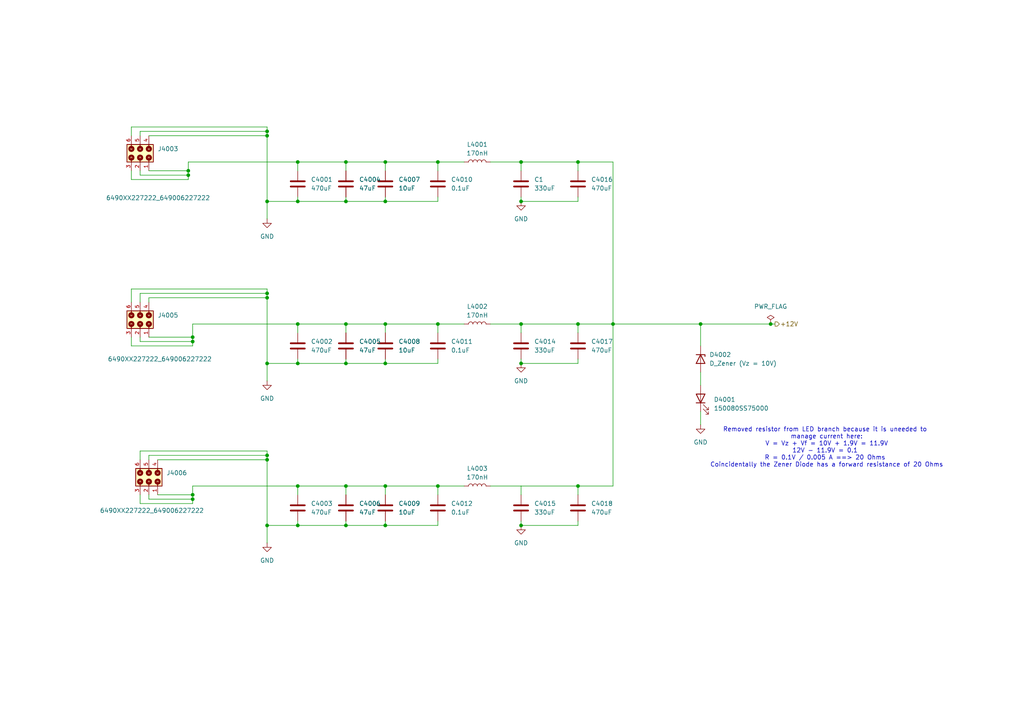
<source format=kicad_sch>
(kicad_sch (version 20231120) (generator "eeschema") (generator_version "8.0")
  (paper "A4")
  (title_block (title "12V Supply Block"))
  (lib_symbols
    (symbol "Device:C" (pin_numbers hide) (pin_names (offset 0.254))
      (property "Reference" "C" (at 0.635 2.54 0))
      (property "Value" "C" (at 0.635 -2.54 0))
      (symbol "C_0_1"
        (polyline (pts (xy -2.032 -0.762) (xy 2.032 -0.762)) (stroke (width 0.508)))
        (polyline (pts (xy -2.032 0.762) (xy 2.032 0.762)) (stroke (width 0.508)))
      )
      (symbol "C_1_1"
        (pin passive line (at 0 3.81 270) (length 2.794) (name "~") (number "1"))
        (pin passive line (at 0 -3.81 90) (length 2.794) (name "~") (number "2"))
      )
    )
    (symbol "Device:D_Zener" (pin_numbers hide) (pin_names (offset 1.016) hide)
      (property "Reference" "D" (at 0 2.54 0))
      (property "Value" "D_Zener" (at 0 -2.54 0))
      (symbol "D_Zener_0_1"
        (polyline (pts (xy 1.27 0) (xy -1.27 0)))
        (polyline (pts (xy -1.27 -1.27) (xy -1.27 1.27) (xy -0.762 1.27)) (stroke (width 0.254)))
        (polyline (pts (xy 1.27 -1.27) (xy 1.27 1.27) (xy -1.27 0) (xy 1.27 -1.27)) (stroke (width 0.254)))
      )
      (symbol "D_Zener_1_1"
        (pin passive line (at -3.81 0 0) (length 2.54) (name "K") (number "1"))
        (pin passive line (at 3.81 0 180) (length 2.54) (name "A") (number "2"))
      )
    )
    (symbol "Device:L" (pin_numbers hide) (pin_names (offset 1.016) hide)
      (property "Reference" "L" (at -1.27 0 90))
      (property "Value" "L" (at 1.905 0 90))
      (symbol "L_0_1"
        (arc (start 0 -2.54) (mid 0.6323 -1.905) (end 0 -1.27))
        (arc (start 0 -1.27) (mid 0.6323 -0.635) (end 0 0))
        (arc (start 0 0) (mid 0.6323 0.635) (end 0 1.27))
        (arc (start 0 1.27) (mid 0.6323 1.905) (end 0 2.54))
      )
      (symbol "L_1_1"
        (pin passive line (at 0 3.81 270) (length 1.27) (name "1") (number "1"))
        (pin passive line (at 0 -3.81 90) (length 1.27) (name "2") (number "2"))
      )
    )
    (symbol "Device:LED" (pin_numbers hide) (pin_names (offset 1.016) hide)
      (property "Reference" "D" (at 0 2.54 0))
      (property "Value" "LED" (at 0 -2.54 0))
      (symbol "LED_0_1"
        (polyline (pts (xy -1.27 -1.27) (xy -1.27 1.27)) (stroke (width 0.254)))
        (polyline (pts (xy -1.27 0) (xy 1.27 0)))
        (polyline (pts (xy 1.27 -1.27) (xy 1.27 1.27) (xy -1.27 0) (xy 1.27 -1.27)) (stroke (width 0.254)))
        (polyline (pts (xy -3.048 -0.762) (xy -4.572 -2.286) (xy -3.81 -2.286) (xy -4.572 -2.286) (xy -4.572 -1.524)))
        (polyline (pts (xy -1.778 -0.762) (xy -3.302 -2.286) (xy -2.54 -2.286) (xy -3.302 -2.286) (xy -3.302 -1.524)))
      )
      (symbol "LED_1_1"
        (pin passive line (at -3.81 0 0) (length 2.54) (name "K") (number "1"))
        (pin passive line (at 3.81 0 180) (length 2.54) (name "A") (number "2"))
      )
    )
    (symbol "PCIe 2x3 Header:6490XX227222_649006227222" (pin_names (offset 1.016))
      (property "Reference" "J" (at 4.8 0.985 0))
      (property "Value" "6490XX227222_649006227222" (at 4.76 -1.62 0))
      (symbol "6490XX227222_649006227222_0_0"
        (rectangle (start -3.81 -2.54) (end 3.81 2.54) (stroke (width 0.254)) (fill (type background)))
        (circle (center -2.54 -1.27) (radius 0.254) (stroke (width 0.635)))
        (circle (center -2.54 1.27) (radius 0.254) (stroke (width 0.635)))
        (circle (center 0 -1.27) (radius 0.254) (stroke (width 0.635)))
        (polyline (pts (xy -2.54 -1.27) (xy -2.54 -2.54)) (stroke (width 0.254)))
        (polyline (pts (xy -2.54 1.27) (xy -2.54 2.54)) (stroke (width 0.254)))
        (polyline (pts (xy 0 -1.27) (xy 0 -2.54)) (stroke (width 0.254)))
        (polyline (pts (xy 0 1.27) (xy 0 2.54)) (stroke (width 0.254)))
        (polyline (pts (xy 2.54 -1.27) (xy 2.54 -2.54)) (stroke (width 0.254)))
        (polyline (pts (xy 2.54 1.27) (xy 2.54 2.54)) (stroke (width 0.254)))
        (circle (center 0 1.27) (radius 0.254) (stroke (width 0.635)))
        (circle (center 2.54 -1.27) (radius 0.254) (stroke (width 0.635)))
        (circle (center 2.54 1.27) (radius 0.254) (stroke (width 0.635)))
        (pin passive line (at 2.54 -5.08 90) (length 2.54) (name "~") (number "1"))
        (pin passive line (at 0 -5.08 90) (length 2.54) (name "~") (number "2"))
        (pin passive line (at -2.54 -5.08 90) (length 2.54) (name "~") (number "3"))
        (pin passive line (at 2.54 5.08 270) (length 2.54) (name "~") (number "4"))
        (pin passive line (at 0 5.08 270) (length 2.54) (name "~") (number "5"))
        (pin passive line (at -2.54 5.08 270) (length 2.54) (name "~") (number "6"))
      )
    )
    (symbol "power:GND" (power) (pin_numbers hide) (pin_names (offset 0) hide)
      (property "Value" "GND" (at 0 -3.81 0))
      (symbol "GND_0_1"
        (polyline (pts (xy 0 0) (xy 0 -1.27) (xy 1.27 -1.27) (xy 0 -2.54) (xy -1.27 -1.27) (xy 0 -1.27)))
      )
      (symbol "GND_1_1"
        (pin power_in line (at 0 0 270) (length 0) (name "~") (number "1"))
      )
    )
    (symbol "power:PWR_FLAG" (power) (pin_numbers hide) (pin_names (offset 0) hide)
      (property "Value" "PWR_FLAG" (at 0 3.81 0))
      (symbol "PWR_FLAG_0_0"
        (pin power_out line (at 0 0 90) (length 0) (name "~") (number "1"))
      )
      (symbol "PWR_FLAG_0_1"
        (polyline (pts (xy 0 0) (xy 0 1.27) (xy -1.016 1.905) (xy 0 2.54) (xy 1.016 1.905) (xy 0 1.27)))
      )
    )
  )
  (junction (at 77.47 132.08))
  (junction (at 127 46.99))
  (junction (at 111.76 152.4))
  (junction (at 77.47 86.36))
  (junction (at 77.47 38.1))
  (junction (at 86.36 105.41))
  (junction (at 86.36 58.42))
  (junction (at 54.61 49.53))
  (junction (at 86.36 46.99))
  (junction (at 167.64 46.99))
  (junction (at 167.64 140.97))
  (junction (at 111.76 93.98))
  (junction (at 77.47 85.09))
  (junction (at 111.76 105.41))
  (junction (at 177.8 93.98))
  (junction (at 111.76 140.97))
  (junction (at 100.33 46.99))
  (junction (at 151.13 105.41))
  (junction (at 151.13 152.4))
  (junction (at 86.36 93.98))
  (junction (at 151.13 93.98))
  (junction (at 54.61 50.8))
  (junction (at 127 140.97))
  (junction (at 100.33 152.4))
  (junction (at 77.47 105.41))
  (junction (at 100.33 105.41))
  (junction (at 55.88 97.79))
  (junction (at 77.47 133.35))
  (junction (at 111.76 58.42))
  (junction (at 55.88 99.06))
  (junction (at 111.76 46.99))
  (junction (at 223.52 93.98))
  (junction (at 203.2 93.98))
  (junction (at 55.88 144.78))
  (junction (at 100.33 58.42))
  (junction (at 167.64 93.98))
  (junction (at 55.88 143.51))
  (junction (at 77.47 39.37))
  (junction (at 77.47 58.42))
  (junction (at 151.13 46.99))
  (junction (at 100.33 140.97))
  (junction (at 86.36 152.4))
  (junction (at 86.36 140.97))
  (junction (at 77.47 152.4))
  (junction (at 151.13 58.42))
  (junction (at 127 93.98))
  (junction (at 100.33 93.98))
  (wire (pts (xy 177.8 93.98) (xy 203.2 93.98)))
  (wire (pts (xy 54.61 50.8) (xy 54.61 49.53)))
  (wire (pts (xy 77.47 152.4) (xy 77.47 157.48)))
  (wire (pts (xy 55.88 100.33) (xy 55.88 99.06)))
  (wire (pts (xy 55.88 93.98) (xy 55.88 97.79)))
  (wire (pts (xy 100.33 140.97) (xy 100.33 143.51)))
  (wire (pts (xy 167.64 140.97) (xy 177.8 140.97)))
  (wire (pts (xy 203.2 93.98) (xy 223.52 93.98)))
  (wire (pts (xy 77.47 132.08) (xy 77.47 133.35)))
  (wire (pts (xy 54.61 46.99) (xy 86.36 46.99)))
  (wire (pts (xy 45.72 133.35) (xy 77.47 133.35)))
  (wire (pts (xy 38.1 100.33) (xy 55.88 100.33)))
  (wire (pts (xy 40.64 133.35) (xy 40.64 130.81)))
  (wire (pts (xy 167.64 152.4) (xy 167.64 151.13)))
  (wire (pts (xy 203.2 107.95) (xy 203.2 111.76)))
  (wire (pts (xy 100.33 140.97) (xy 111.76 140.97)))
  (wire (pts (xy 151.13 140.97) (xy 151.13 143.51)))
  (wire (pts (xy 111.76 57.15) (xy 111.76 58.42)))
  (wire (pts (xy 86.36 96.52) (xy 86.36 93.98)))
  (wire (pts (xy 77.47 86.36) (xy 77.47 105.41)))
  (wire (pts (xy 55.88 140.97) (xy 86.36 140.97)))
  (wire (pts (xy 38.1 36.83) (xy 77.47 36.83)))
  (wire (pts (xy 127 140.97) (xy 134.62 140.97)))
  (wire (pts (xy 77.47 58.42) (xy 77.47 63.5)))
  (wire (pts (xy 111.76 105.41) (xy 127 105.41)))
  (wire (pts (xy 77.47 152.4) (xy 86.36 152.4)))
  (wire (pts (xy 100.33 93.98) (xy 100.33 96.52)))
  (wire (pts (xy 40.64 49.53) (xy 40.64 50.8)))
  (wire (pts (xy 142.24 93.98) (xy 151.13 93.98)))
  (wire (pts (xy 38.1 97.79) (xy 38.1 100.33)))
  (wire (pts (xy 151.13 151.13) (xy 151.13 152.4)))
  (wire (pts (xy 111.76 140.97) (xy 111.76 143.51)))
  (wire (pts (xy 40.64 99.06) (xy 55.88 99.06)))
  (wire (pts (xy 40.64 87.63) (xy 40.64 85.09)))
  (wire (pts (xy 77.47 105.41) (xy 86.36 105.41)))
  (wire (pts (xy 43.18 86.36) (xy 77.47 86.36)))
  (wire (pts (xy 203.2 100.33) (xy 203.2 93.98)))
  (wire (pts (xy 54.61 49.53) (xy 43.18 49.53)))
  (wire (pts (xy 167.64 93.98) (xy 167.64 96.52)))
  (wire (pts (xy 100.33 57.15) (xy 100.33 58.42)))
  (wire (pts (xy 167.64 93.98) (xy 177.8 93.98)))
  (wire (pts (xy 127 104.14) (xy 127 105.41)))
  (wire (pts (xy 86.36 46.99) (xy 100.33 46.99)))
  (wire (pts (xy 38.1 87.63) (xy 38.1 83.82)))
  (wire (pts (xy 40.64 85.09) (xy 77.47 85.09)))
  (wire (pts (xy 40.64 97.79) (xy 40.64 99.06)))
  (wire (pts (xy 54.61 46.99) (xy 54.61 49.53)))
  (wire (pts (xy 77.47 130.81) (xy 77.47 132.08)))
  (wire (pts (xy 127 93.98) (xy 134.62 93.98)))
  (wire (pts (xy 100.33 152.4) (xy 111.76 152.4)))
  (wire (pts (xy 100.33 58.42) (xy 111.76 58.42)))
  (wire (pts (xy 40.64 50.8) (xy 54.61 50.8)))
  (wire (pts (xy 177.8 93.98) (xy 177.8 140.97)))
  (wire (pts (xy 111.76 93.98) (xy 111.76 96.52)))
  (wire (pts (xy 167.64 140.97) (xy 167.64 143.51)))
  (wire (pts (xy 43.18 144.78) (xy 55.88 144.78)))
  (wire (pts (xy 203.2 119.38) (xy 203.2 123.19)))
  (wire (pts (xy 127 140.97) (xy 127 143.51)))
  (wire (pts (xy 40.64 143.51) (xy 40.64 146.05)))
  (wire (pts (xy 38.1 49.53) (xy 38.1 52.07)))
  (wire (pts (xy 40.64 146.05) (xy 55.88 146.05)))
  (wire (pts (xy 77.47 133.35) (xy 77.47 152.4)))
  (wire (pts (xy 86.36 104.14) (xy 86.36 105.41)))
  (wire (pts (xy 43.18 87.63) (xy 43.18 86.36)))
  (wire (pts (xy 86.36 49.53) (xy 86.36 46.99)))
  (wire (pts (xy 86.36 105.41) (xy 100.33 105.41)))
  (wire (pts (xy 111.76 104.14) (xy 111.76 105.41)))
  (wire (pts (xy 167.64 46.99) (xy 167.64 49.53)))
  (wire (pts (xy 43.18 132.08) (xy 77.47 132.08)))
  (wire (pts (xy 100.33 104.14) (xy 100.33 105.41)))
  (wire (pts (xy 100.33 105.41) (xy 111.76 105.41)))
  (wire (pts (xy 55.88 146.05) (xy 55.88 144.78)))
  (wire (pts (xy 127 93.98) (xy 127 96.52)))
  (wire (pts (xy 111.76 140.97) (xy 127 140.97)))
  (wire (pts (xy 167.64 58.42) (xy 167.64 57.15)))
  (wire (pts (xy 86.36 152.4) (xy 100.33 152.4)))
  (wire (pts (xy 55.88 140.97) (xy 55.88 143.51)))
  (wire (pts (xy 127 151.13) (xy 127 152.4)))
  (wire (pts (xy 54.61 52.07) (xy 54.61 50.8)))
  (wire (pts (xy 127 46.99) (xy 134.62 46.99)))
  (wire (pts (xy 55.88 144.78) (xy 55.88 143.51)))
  (wire (pts (xy 77.47 38.1) (xy 77.47 39.37)))
  (wire (pts (xy 86.36 57.15) (xy 86.36 58.42)))
  (wire (pts (xy 77.47 58.42) (xy 86.36 58.42)))
  (wire (pts (xy 86.36 151.13) (xy 86.36 152.4)))
  (wire (pts (xy 38.1 83.82) (xy 77.47 83.82)))
  (wire (pts (xy 77.47 36.83) (xy 77.47 38.1)))
  (wire (pts (xy 111.76 152.4) (xy 127 152.4)))
  (wire (pts (xy 100.33 46.99) (xy 100.33 49.53)))
  (wire (pts (xy 43.18 133.35) (xy 43.18 132.08)))
  (wire (pts (xy 55.88 99.06) (xy 55.88 97.79)))
  (wire (pts (xy 151.13 104.14) (xy 151.13 105.41)))
  (wire (pts (xy 111.76 93.98) (xy 127 93.98)))
  (wire (pts (xy 151.13 152.4) (xy 167.64 152.4)))
  (wire (pts (xy 127 57.15) (xy 127 58.42)))
  (wire (pts (xy 55.88 97.79) (xy 43.18 97.79)))
  (wire (pts (xy 86.36 93.98) (xy 100.33 93.98)))
  (wire (pts (xy 223.52 93.98) (xy 224.79 93.98)))
  (wire (pts (xy 38.1 36.83) (xy 38.1 39.37)))
  (wire (pts (xy 77.47 39.37) (xy 77.47 58.42)))
  (wire (pts (xy 77.47 83.82) (xy 77.47 85.09)))
  (wire (pts (xy 86.36 58.42) (xy 100.33 58.42)))
  (wire (pts (xy 43.18 39.37) (xy 77.47 39.37)))
  (wire (pts (xy 100.33 93.98) (xy 111.76 93.98)))
  (wire (pts (xy 43.18 143.51) (xy 43.18 144.78)))
  (wire (pts (xy 151.13 93.98) (xy 167.64 93.98)))
  (wire (pts (xy 151.13 46.99) (xy 151.13 49.53)))
  (wire (pts (xy 127 46.99) (xy 127 49.53)))
  (wire (pts (xy 40.64 130.81) (xy 77.47 130.81)))
  (wire (pts (xy 40.64 38.1) (xy 77.47 38.1)))
  (wire (pts (xy 151.13 57.15) (xy 151.13 58.42)))
  (wire (pts (xy 111.76 46.99) (xy 111.76 49.53)))
  (wire (pts (xy 55.88 143.51) (xy 45.72 143.51)))
  (wire (pts (xy 111.76 151.13) (xy 111.76 152.4)))
  (wire (pts (xy 167.64 105.41) (xy 167.64 104.14)))
  (wire (pts (xy 142.24 140.97) (xy 151.13 140.97)))
  (wire (pts (xy 151.13 93.98) (xy 151.13 96.52)))
  (wire (pts (xy 77.47 85.09) (xy 77.47 86.36)))
  (wire (pts (xy 151.13 58.42) (xy 167.64 58.42)))
  (wire (pts (xy 177.8 46.99) (xy 177.8 93.98)))
  (wire (pts (xy 100.33 46.99) (xy 111.76 46.99)))
  (wire (pts (xy 167.64 46.99) (xy 177.8 46.99)))
  (wire (pts (xy 151.13 46.99) (xy 167.64 46.99)))
  (wire (pts (xy 151.13 140.97) (xy 167.64 140.97)))
  (wire (pts (xy 111.76 46.99) (xy 127 46.99)))
  (wire (pts (xy 38.1 52.07) (xy 54.61 52.07)))
  (wire (pts (xy 86.36 140.97) (xy 100.33 140.97)))
  (wire (pts (xy 40.64 38.1) (xy 40.64 39.37)))
  (wire (pts (xy 55.88 93.98) (xy 86.36 93.98)))
  (wire (pts (xy 151.13 105.41) (xy 167.64 105.41)))
  (wire (pts (xy 100.33 151.13) (xy 100.33 152.4)))
  (wire (pts (xy 86.36 143.51) (xy 86.36 140.97)))
  (wire (pts (xy 142.24 46.99) (xy 151.13 46.99)))
  (wire (pts (xy 111.76 58.42) (xy 127 58.42)))
  (wire (pts (xy 77.47 105.41) (xy 77.47 110.49)))
  (text "Removed resistor from LED branch because it is uneeded to \nmanage current here:\nV = Vz + Vf = 10V + 1.9V = 11.9V\n12V - 11.9V = 0.1 \nR = 0.1V / 0.005 A ==> 20 Ohms \nCoincidentally the Zener Diode has a forward resistance of 20 Ohms" (at 239.776 129.794 0) (effects (font (size 1.27 1.27))))
  (hierarchical_label "+12V" (shape output) (at 224.79 93.98 0))
  (symbol (lib_id "Device:C") (at 151.13 53.34 0) (unit 1)
    (property "Reference" "C1" (at 154.94 52.0699 0) (effects (justify left)))
    (property "Value" "330uF" (at 154.94 54.6099 0) (effects (justify left)))
    (property "Footprint" "Capacitor_SMD:C_0805_2012Metric" (effects (hide yes)))
    (property "Description" "Unpolarized capacitor" (effects (hide yes)))
  )
  (symbol (lib_id "power:PWR_FLAG") (at 223.52 93.98 0) (unit 1)
    (property "Reference" "#FLG04001" (effects (hide yes)))
    (property "Value" "PWR_FLAG" (at 223.52 88.9 0))
    (property "Description" "Special symbol for telling ERC where power comes from" (effects (hide yes)))
  )
  (symbol (lib_id "Device:C") (at 127 147.32 0) (unit 1)
    (property "Reference" "C4012" (at 130.81 146.0499 0) (effects (justify left)))
    (property "Value" "0.1uF" (at 130.81 148.5899 0) (effects (justify left)))
    (property "Footprint" "Capacitor_SMD:C_0805_2012Metric" (effects (hide yes)))
    (property "Description" "Unpolarized capacitor" (effects (hide yes)))
  )
  (symbol (lib_id "power:GND") (at 203.2 123.19 0) (unit 1)
    (property "Reference" "#PWR04007" (effects (hide yes)))
    (property "Value" "GND" (at 203.2 128.27 0))
    (property "Description" "Power symbol creates a global label with name \"GND\" , ground" (effects (hide yes)))
  )
  (symbol (lib_id "PCIe 2x3 Header:6490XX227222_649006227222") (at 40.64 44.45 0) (unit 1)
    (property "Reference" "J4003" (at 45.72 43.1799 0) (effects (justify left)))
    (property "Value" "6490XX227222_649006227222" (at 30.734 57.404 0) (effects (justify left)))
    (property "Footprint" "work:PCIe_2x3_Conn_Header" (effects (hide yes)))
  )
  (symbol (lib_id "Device:C") (at 100.33 100.33 0) (unit 1)
    (property "Reference" "C4005" (at 104.14 99.0599 0) (effects (justify left)))
    (property "Value" "47uF" (at 104.14 101.5999 0) (effects (justify left)))
    (property "Footprint" "Capacitor_SMD:C_0805_2012Metric" (effects (hide yes)))
    (property "Description" "Unpolarized capacitor" (effects (hide yes)))
  )
  (symbol (lib_id "Device:C") (at 86.36 53.34 0) (unit 1)
    (property "Reference" "C4001" (at 90.17 52.0699 0) (effects (justify left)))
    (property "Value" "470uF" (at 90.17 54.6099 0) (effects (justify left)))
    (property "Footprint" "Capacitor_SMD:C_0805_2012Metric" (effects (hide yes)))
    (property "Description" "Unpolarized capacitor" (effects (hide yes)))
  )
  (symbol (lib_id "power:GND") (at 77.47 110.49 0) (unit 1)
    (property "Reference" "#PWR04002" (effects (hide yes)))
    (property "Value" "GND" (at 77.47 115.57 0))
    (property "Description" "Power symbol creates a global label with name \"GND\" , ground" (effects (hide yes)))
  )
  (symbol (lib_id "PCIe 2x3 Header:6490XX227222_649006227222") (at 43.18 138.43 0) (unit 1)
    (property "Reference" "J4006" (at 48.26 137.1599 0) (effects (justify left)))
    (property "Value" "6490XX227222_649006227222" (at 28.956 148.082 0) (effects (justify left)))
    (property "Footprint" "work:PCIe_2x3_Conn_Header" (effects (hide yes)))
  )
  (symbol (lib_id "Device:C") (at 167.64 100.33 0) (unit 1)
    (property "Reference" "C4017" (at 171.45 99.0599 0) (effects (justify left)))
    (property "Value" "470uF" (at 171.45 101.5999 0) (effects (justify left)))
    (property "Footprint" "Capacitor_THT:CP_Radial_D8.0mm_P3.50mm" (effects (hide yes)))
    (property "Description" "Unpolarized capacitor" (effects (hide yes)))
  )
  (symbol (lib_id "Device:C") (at 151.13 147.32 0) (unit 1)
    (property "Reference" "C4015" (at 154.94 146.0499 0) (effects (justify left)))
    (property "Value" "330uF" (at 154.94 148.5899 0) (effects (justify left)))
    (property "Footprint" "Capacitor_SMD:C_0805_2012Metric" (effects (hide yes)))
    (property "Description" "Unpolarized capacitor" (effects (hide yes)))
  )
  (symbol (lib_id "Device:C") (at 111.76 147.32 0) (unit 1)
    (property "Reference" "C4009" (at 115.57 146.0499 0) (effects (justify left)))
    (property "Value" "10uF" (at 115.57 148.5899 0) (effects (justify left)))
    (property "Footprint" "Capacitor_SMD:C_0805_2012Metric" (effects (hide yes)))
    (property "Description" "Unpolarized capacitor" (effects (hide yes)))
  )
  (symbol (lib_id "Device:C") (at 86.36 147.32 0) (unit 1)
    (property "Reference" "C4003" (at 90.17 146.0499 0) (effects (justify left)))
    (property "Value" "470uF" (at 90.17 148.5899 0) (effects (justify left)))
    (property "Footprint" "Capacitor_SMD:C_0805_2012Metric" (effects (hide yes)))
    (property "Description" "Unpolarized capacitor" (effects (hide yes)))
  )
  (symbol (lib_id "Device:LED") (at 203.2 115.57 90) (unit 1)
    (property "Reference" "D4001" (at 207.01 115.8874 90) (effects (justify right)))
    (property "Value" "150080SS75000" (at 207.01 118.4274 90) (effects (justify right)))
    (property "Footprint" "LED_SMD:LED_0805_2012Metric_Pad1.15x1.40mm_HandSolder" (effects (hide yes)))
    (property "Description" "Light emitting diode" (effects (hide yes)))
  )
  (symbol (lib_id "PCIe 2x3 Header:6490XX227222_649006227222") (at 40.64 92.71 0) (unit 1)
    (property "Reference" "J4005" (at 45.72 91.4399 0) (effects (justify left)))
    (property "Value" "6490XX227222_649006227222" (at 31.242 104.14 0) (effects (justify left)))
    (property "Footprint" "work:PCIe_2x3_Conn_Header" (effects (hide yes)))
  )
  (symbol (lib_id "power:GND") (at 77.47 157.48 0) (unit 1)
    (property "Reference" "#PWR05" (effects (hide yes)))
    (property "Value" "GND" (at 77.47 162.56 0))
    (property "Description" "Power symbol creates a global label with name \"GND\" , ground" (effects (hide yes)))
  )
  (symbol (lib_id "Device:C") (at 127 53.34 0) (unit 1)
    (property "Reference" "C4010" (at 130.81 52.0699 0) (effects (justify left)))
    (property "Value" "0.1uF" (at 130.81 54.6099 0) (effects (justify left)))
    (property "Footprint" "Capacitor_SMD:C_0805_2012Metric" (effects (hide yes)))
    (property "Description" "Unpolarized capacitor" (effects (hide yes)))
  )
  (symbol (lib_id "Device:C") (at 127 100.33 0) (unit 1)
    (property "Reference" "C4011" (at 130.81 99.0599 0) (effects (justify left)))
    (property "Value" "0.1uF" (at 130.81 101.5999 0) (effects (justify left)))
    (property "Footprint" "Capacitor_SMD:C_0805_2012Metric" (effects (hide yes)))
    (property "Description" "Unpolarized capacitor" (effects (hide yes)))
  )
  (symbol (lib_id "power:GND") (at 151.13 58.42 0) (unit 1)
    (property "Reference" "#PWR02" (effects (hide yes)))
    (property "Value" "GND" (at 151.13 63.5 0))
    (property "Description" "Power symbol creates a global label with name \"GND\" , ground" (effects (hide yes)))
  )
  (symbol (lib_id "Device:C") (at 167.64 53.34 0) (unit 1)
    (property "Reference" "C4016" (at 171.45 52.0699 0) (effects (justify left)))
    (property "Value" "470uF" (at 171.45 54.6099 0) (effects (justify left)))
    (property "Footprint" "Capacitor_THT:CP_Radial_D8.0mm_P3.50mm" (effects (hide yes)))
    (property "Description" "Unpolarized capacitor" (effects (hide yes)))
  )
  (symbol (lib_id "Device:L") (at 138.43 140.97 90) (unit 1)
    (property "Reference" "L4003" (at 138.43 135.89 90))
    (property "Value" "170nH" (at 138.43 138.43 90))
    (property "Footprint" "work:IND_IFLR4031GCERR17M01_VIS" (effects (hide yes)))
    (property "Description" "Inductor" (effects (hide yes)))
  )
  (symbol (lib_id "Device:C") (at 167.64 147.32 0) (unit 1)
    (property "Reference" "C4018" (at 171.45 146.0499 0) (effects (justify left)))
    (property "Value" "470uF" (at 171.45 148.5899 0) (effects (justify left)))
    (property "Footprint" "Capacitor_THT:CP_Radial_D8.0mm_P3.50mm" (effects (hide yes)))
    (property "Description" "Unpolarized capacitor" (effects (hide yes)))
  )
  (symbol (lib_id "power:GND") (at 151.13 152.4 0) (unit 1)
    (property "Reference" "#PWR04006" (effects (hide yes)))
    (property "Value" "GND" (at 151.13 157.48 0))
    (property "Description" "Power symbol creates a global label with name \"GND\" , ground" (effects (hide yes)))
  )
  (symbol (lib_id "Device:D_Zener") (at 203.2 104.14 270) (unit 1)
    (property "Reference" "D4002" (at 205.74 102.8699 90) (effects (justify left)))
    (property "Value" "D_Zener (Vz = 10V)" (at 205.74 105.4099 90) (effects (justify left)))
    (property "Footprint" "work:SOD123_DIO" (effects (hide yes)))
    (property "Description" "Zener diode" (effects (hide yes)))
  )
  (symbol (lib_id "Device:C") (at 151.13 100.33 0) (unit 1)
    (property "Reference" "C4014" (at 154.94 99.0599 0) (effects (justify left)))
    (property "Value" "330uF" (at 154.94 101.5999 0) (effects (justify left)))
    (property "Footprint" "Capacitor_SMD:C_0805_2012Metric" (effects (hide yes)))
    (property "Description" "Unpolarized capacitor" (effects (hide yes)))
  )
  (symbol (lib_id "Device:L") (at 138.43 46.99 90) (unit 1)
    (property "Reference" "L4001" (at 138.43 41.91 90))
    (property "Value" "170nH" (at 138.43 44.45 90))
    (property "Footprint" "work:IND_IFLR4031GCERR17M01_VIS" (effects (hide yes)))
    (property "Description" "Inductor" (effects (hide yes)))
  )
  (symbol (lib_id "Device:C") (at 111.76 53.34 0) (unit 1)
    (property "Reference" "C4007" (at 115.57 52.0699 0) (effects (justify left)))
    (property "Value" "10uF" (at 115.57 54.6099 0) (effects (justify left)))
    (property "Footprint" "Capacitor_SMD:C_0805_2012Metric" (effects (hide yes)))
    (property "Description" "Unpolarized capacitor" (effects (hide yes)))
  )
  (symbol (lib_id "Device:C") (at 111.76 100.33 0) (unit 1)
    (property "Reference" "C4008" (at 115.57 99.0599 0) (effects (justify left)))
    (property "Value" "10uF" (at 115.57 101.5999 0) (effects (justify left)))
    (property "Footprint" "Capacitor_SMD:C_0805_2012Metric" (effects (hide yes)))
    (property "Description" "Unpolarized capacitor" (effects (hide yes)))
  )
  (symbol (lib_id "Device:C") (at 100.33 147.32 0) (unit 1)
    (property "Reference" "C4006" (at 104.14 146.0499 0) (effects (justify left)))
    (property "Value" "47uF" (at 104.14 148.5899 0) (effects (justify left)))
    (property "Footprint" "Capacitor_SMD:C_0805_2012Metric" (effects (hide yes)))
    (property "Description" "Unpolarized capacitor" (effects (hide yes)))
  )
  (symbol (lib_id "Device:C") (at 100.33 53.34 0) (unit 1)
    (property "Reference" "C4004" (at 104.14 52.0699 0) (effects (justify left)))
    (property "Value" "47uF" (at 104.14 54.6099 0) (effects (justify left)))
    (property "Footprint" "Capacitor_SMD:C_0805_2012Metric" (effects (hide yes)))
    (property "Description" "Unpolarized capacitor" (effects (hide yes)))
  )
  (symbol (lib_id "power:GND") (at 77.47 63.5 0) (unit 1)
    (property "Reference" "#PWR04001" (effects (hide yes)))
    (property "Value" "GND" (at 77.47 68.58 0))
    (property "Description" "Power symbol creates a global label with name \"GND\" , ground" (effects (hide yes)))
  )
  (symbol (lib_id "Device:L") (at 138.43 93.98 90) (unit 1)
    (property "Reference" "L4002" (at 138.43 88.9 90))
    (property "Value" "170nH" (at 138.43 91.44 90))
    (property "Footprint" "work:IND_IFLR4031GCERR17M01_VIS" (effects (hide yes)))
    (property "Description" "Inductor" (effects (hide yes)))
  )
  (symbol (lib_id "Device:C") (at 86.36 100.33 0) (unit 1)
    (property "Reference" "C4002" (at 90.17 99.0599 0) (effects (justify left)))
    (property "Value" "470uF" (at 90.17 101.5999 0) (effects (justify left)))
    (property "Footprint" "Capacitor_SMD:C_0805_2012Metric" (effects (hide yes)))
    (property "Description" "Unpolarized capacitor" (effects (hide yes)))
  )
  (symbol (lib_id "power:GND") (at 151.13 105.41 0) (unit 1)
    (property "Reference" "#PWR03" (effects (hide yes)))
    (property "Value" "GND" (at 151.13 110.49 0))
    (property "Description" "Power symbol creates a global label with name \"GND\" , ground" (effects (hide yes)))
  )
)
</source>
